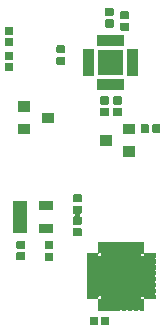
<source format=gbr>
G04 #@! TF.GenerationSoftware,KiCad,Pcbnew,5.0.1-33cea8e~68~ubuntu16.04.1*
G04 #@! TF.CreationDate,2018-12-19T13:47:28-05:00*
G04 #@! TF.ProjectId,SmallKat Battery Charger,536D616C6C4B61742042617474657279,rev?*
G04 #@! TF.SameCoordinates,Original*
G04 #@! TF.FileFunction,Soldermask,Bot*
G04 #@! TF.FilePolarity,Negative*
%FSLAX46Y46*%
G04 Gerber Fmt 4.6, Leading zero omitted, Abs format (unit mm)*
G04 Created by KiCad (PCBNEW 5.0.1-33cea8e~68~ubuntu16.04.1) date Wed 19 Dec 2018 01:47:28 PM EST*
%MOMM*%
%LPD*%
G01*
G04 APERTURE LIST*
%ADD10C,0.100000*%
G04 APERTURE END LIST*
D10*
G36*
X11026938Y-37131716D02*
X11047556Y-37137970D01*
X11066556Y-37148126D01*
X11083208Y-37161792D01*
X11096874Y-37178444D01*
X11107030Y-37197444D01*
X11113284Y-37218062D01*
X11116000Y-37245640D01*
X11116000Y-37754360D01*
X11113284Y-37781938D01*
X11107030Y-37802556D01*
X11096874Y-37821556D01*
X11083208Y-37838208D01*
X11066556Y-37851874D01*
X11047556Y-37862030D01*
X11026938Y-37868284D01*
X10999360Y-37871000D01*
X10540640Y-37871000D01*
X10513062Y-37868284D01*
X10492444Y-37862030D01*
X10473444Y-37851874D01*
X10456792Y-37838208D01*
X10443126Y-37821556D01*
X10432970Y-37802556D01*
X10426716Y-37781938D01*
X10424000Y-37754360D01*
X10424000Y-37245640D01*
X10426716Y-37218062D01*
X10432970Y-37197444D01*
X10443126Y-37178444D01*
X10456792Y-37161792D01*
X10473444Y-37148126D01*
X10492444Y-37137970D01*
X10513062Y-37131716D01*
X10540640Y-37129000D01*
X10999360Y-37129000D01*
X11026938Y-37131716D01*
X11026938Y-37131716D01*
G37*
G36*
X10056938Y-37131716D02*
X10077556Y-37137970D01*
X10096556Y-37148126D01*
X10113208Y-37161792D01*
X10126874Y-37178444D01*
X10137030Y-37197444D01*
X10143284Y-37218062D01*
X10146000Y-37245640D01*
X10146000Y-37754360D01*
X10143284Y-37781938D01*
X10137030Y-37802556D01*
X10126874Y-37821556D01*
X10113208Y-37838208D01*
X10096556Y-37851874D01*
X10077556Y-37862030D01*
X10056938Y-37868284D01*
X10029360Y-37871000D01*
X9570640Y-37871000D01*
X9543062Y-37868284D01*
X9522444Y-37862030D01*
X9503444Y-37851874D01*
X9486792Y-37838208D01*
X9473126Y-37821556D01*
X9462970Y-37802556D01*
X9456716Y-37781938D01*
X9454000Y-37754360D01*
X9454000Y-37245640D01*
X9456716Y-37218062D01*
X9462970Y-37197444D01*
X9473126Y-37178444D01*
X9486792Y-37161792D01*
X9503444Y-37148126D01*
X9522444Y-37137970D01*
X9543062Y-37131716D01*
X9570640Y-37129000D01*
X10029360Y-37129000D01*
X10056938Y-37131716D01*
X10056938Y-37131716D01*
G37*
G36*
X10505357Y-30775083D02*
X10510028Y-30776500D01*
X10514330Y-30778800D01*
X10520705Y-30784031D01*
X10541080Y-30797644D01*
X10563719Y-30807020D01*
X10587753Y-30811800D01*
X10612257Y-30811799D01*
X10636291Y-30807017D01*
X10658929Y-30797639D01*
X10679295Y-30784031D01*
X10685670Y-30778800D01*
X10689972Y-30776500D01*
X10694643Y-30775083D01*
X10705641Y-30774000D01*
X10994359Y-30774000D01*
X11005357Y-30775083D01*
X11010028Y-30776500D01*
X11014330Y-30778800D01*
X11020705Y-30784031D01*
X11041080Y-30797644D01*
X11063719Y-30807020D01*
X11087753Y-30811800D01*
X11112257Y-30811799D01*
X11136291Y-30807017D01*
X11158929Y-30797639D01*
X11179295Y-30784031D01*
X11185670Y-30778800D01*
X11189972Y-30776500D01*
X11194643Y-30775083D01*
X11205641Y-30774000D01*
X11494359Y-30774000D01*
X11505357Y-30775083D01*
X11510028Y-30776500D01*
X11514330Y-30778800D01*
X11520705Y-30784031D01*
X11541080Y-30797644D01*
X11563719Y-30807020D01*
X11587753Y-30811800D01*
X11612257Y-30811799D01*
X11636291Y-30807017D01*
X11658929Y-30797639D01*
X11679295Y-30784031D01*
X11685670Y-30778800D01*
X11689972Y-30776500D01*
X11694643Y-30775083D01*
X11705641Y-30774000D01*
X11994359Y-30774000D01*
X12005357Y-30775083D01*
X12010028Y-30776500D01*
X12014330Y-30778800D01*
X12020705Y-30784031D01*
X12041080Y-30797644D01*
X12063719Y-30807020D01*
X12087753Y-30811800D01*
X12112257Y-30811799D01*
X12136291Y-30807017D01*
X12158929Y-30797639D01*
X12179295Y-30784031D01*
X12185670Y-30778800D01*
X12189972Y-30776500D01*
X12194643Y-30775083D01*
X12205641Y-30774000D01*
X12494359Y-30774000D01*
X12505357Y-30775083D01*
X12510028Y-30776500D01*
X12514330Y-30778800D01*
X12520705Y-30784031D01*
X12541080Y-30797644D01*
X12563719Y-30807020D01*
X12587753Y-30811800D01*
X12612257Y-30811799D01*
X12636291Y-30807017D01*
X12658929Y-30797639D01*
X12679295Y-30784031D01*
X12685670Y-30778800D01*
X12689972Y-30776500D01*
X12694643Y-30775083D01*
X12705641Y-30774000D01*
X12994359Y-30774000D01*
X13005357Y-30775083D01*
X13010028Y-30776500D01*
X13014330Y-30778800D01*
X13020705Y-30784031D01*
X13041080Y-30797644D01*
X13063719Y-30807020D01*
X13087753Y-30811800D01*
X13112257Y-30811799D01*
X13136291Y-30807017D01*
X13158929Y-30797639D01*
X13179295Y-30784031D01*
X13185670Y-30778800D01*
X13189972Y-30776500D01*
X13194643Y-30775083D01*
X13205641Y-30774000D01*
X13494359Y-30774000D01*
X13505357Y-30775083D01*
X13510028Y-30776500D01*
X13514330Y-30778800D01*
X13520705Y-30784031D01*
X13541080Y-30797644D01*
X13563719Y-30807020D01*
X13587753Y-30811800D01*
X13612257Y-30811799D01*
X13636291Y-30807017D01*
X13658929Y-30797639D01*
X13679295Y-30784031D01*
X13685670Y-30778800D01*
X13689972Y-30776500D01*
X13694643Y-30775083D01*
X13705641Y-30774000D01*
X13994359Y-30774000D01*
X14005357Y-30775083D01*
X14010028Y-30776500D01*
X14014330Y-30778800D01*
X14018104Y-30781896D01*
X14021200Y-30785670D01*
X14023500Y-30789972D01*
X14024917Y-30794643D01*
X14026000Y-30805641D01*
X14026000Y-31649000D01*
X14028402Y-31673386D01*
X14035515Y-31696835D01*
X14047066Y-31718446D01*
X14062612Y-31737388D01*
X14081554Y-31752934D01*
X14103165Y-31764485D01*
X14126614Y-31771598D01*
X14151000Y-31774000D01*
X14994359Y-31774000D01*
X15005357Y-31775083D01*
X15010028Y-31776500D01*
X15014330Y-31778800D01*
X15018104Y-31781896D01*
X15021200Y-31785670D01*
X15023500Y-31789972D01*
X15024917Y-31794643D01*
X15026000Y-31805641D01*
X15026000Y-32094359D01*
X15024917Y-32105357D01*
X15023500Y-32110028D01*
X15021200Y-32114330D01*
X15015969Y-32120705D01*
X15002356Y-32141080D01*
X14992980Y-32163719D01*
X14988200Y-32187753D01*
X14988201Y-32212257D01*
X14992983Y-32236291D01*
X15002361Y-32258929D01*
X15015969Y-32279295D01*
X15021200Y-32285670D01*
X15023500Y-32289972D01*
X15024917Y-32294643D01*
X15026000Y-32305641D01*
X15026000Y-32594359D01*
X15024917Y-32605357D01*
X15023500Y-32610028D01*
X15021200Y-32614330D01*
X15015969Y-32620705D01*
X15002356Y-32641080D01*
X14992980Y-32663719D01*
X14988200Y-32687753D01*
X14988201Y-32712257D01*
X14992983Y-32736291D01*
X15002361Y-32758929D01*
X15015969Y-32779295D01*
X15021200Y-32785670D01*
X15023500Y-32789972D01*
X15024917Y-32794643D01*
X15026000Y-32805641D01*
X15026000Y-33094359D01*
X15024917Y-33105357D01*
X15023500Y-33110028D01*
X15021200Y-33114330D01*
X15015969Y-33120705D01*
X15002356Y-33141080D01*
X14992980Y-33163719D01*
X14988200Y-33187753D01*
X14988201Y-33212257D01*
X14992983Y-33236291D01*
X15002361Y-33258929D01*
X15015969Y-33279295D01*
X15021200Y-33285670D01*
X15023500Y-33289972D01*
X15024917Y-33294643D01*
X15026000Y-33305641D01*
X15026000Y-33594359D01*
X15024917Y-33605357D01*
X15023500Y-33610028D01*
X15021200Y-33614330D01*
X15015969Y-33620705D01*
X15002356Y-33641080D01*
X14992980Y-33663719D01*
X14988200Y-33687753D01*
X14988201Y-33712257D01*
X14992983Y-33736291D01*
X15002361Y-33758929D01*
X15015969Y-33779295D01*
X15021200Y-33785670D01*
X15023500Y-33789972D01*
X15024917Y-33794643D01*
X15026000Y-33805641D01*
X15026000Y-34094359D01*
X15024917Y-34105357D01*
X15023500Y-34110028D01*
X15021200Y-34114330D01*
X15015969Y-34120705D01*
X15002356Y-34141080D01*
X14992980Y-34163719D01*
X14988200Y-34187753D01*
X14988201Y-34212257D01*
X14992983Y-34236291D01*
X15002361Y-34258929D01*
X15015969Y-34279295D01*
X15021200Y-34285670D01*
X15023500Y-34289972D01*
X15024917Y-34294643D01*
X15026000Y-34305641D01*
X15026000Y-34594359D01*
X15024917Y-34605357D01*
X15023500Y-34610028D01*
X15021200Y-34614330D01*
X15015969Y-34620705D01*
X15002356Y-34641080D01*
X14992980Y-34663719D01*
X14988200Y-34687753D01*
X14988201Y-34712257D01*
X14992983Y-34736291D01*
X15002361Y-34758929D01*
X15015969Y-34779295D01*
X15021200Y-34785670D01*
X15023500Y-34789972D01*
X15024917Y-34794643D01*
X15026000Y-34805641D01*
X15026000Y-35094359D01*
X15024917Y-35105357D01*
X15023500Y-35110028D01*
X15021200Y-35114330D01*
X15015969Y-35120705D01*
X15002356Y-35141080D01*
X14992980Y-35163719D01*
X14988200Y-35187753D01*
X14988201Y-35212257D01*
X14992983Y-35236291D01*
X15002361Y-35258929D01*
X15015969Y-35279295D01*
X15021200Y-35285670D01*
X15023500Y-35289972D01*
X15024917Y-35294643D01*
X15026000Y-35305641D01*
X15026000Y-35594359D01*
X15024917Y-35605357D01*
X15023500Y-35610028D01*
X15021200Y-35614330D01*
X15018104Y-35618104D01*
X15014330Y-35621200D01*
X15010028Y-35623500D01*
X15005357Y-35624917D01*
X14994359Y-35626000D01*
X14151000Y-35626000D01*
X14126614Y-35628402D01*
X14103165Y-35635515D01*
X14081554Y-35647066D01*
X14062612Y-35662612D01*
X14047066Y-35681554D01*
X14035515Y-35703165D01*
X14028402Y-35726614D01*
X14026000Y-35751000D01*
X14026000Y-36594359D01*
X14024917Y-36605357D01*
X14023500Y-36610028D01*
X14021200Y-36614330D01*
X14018104Y-36618104D01*
X14014330Y-36621200D01*
X14010028Y-36623500D01*
X14005357Y-36624917D01*
X13994359Y-36626000D01*
X13705641Y-36626000D01*
X13694643Y-36624917D01*
X13689972Y-36623500D01*
X13685670Y-36621200D01*
X13679295Y-36615969D01*
X13658920Y-36602356D01*
X13636281Y-36592980D01*
X13612247Y-36588200D01*
X13587743Y-36588201D01*
X13563709Y-36592983D01*
X13541071Y-36602361D01*
X13520705Y-36615969D01*
X13514330Y-36621200D01*
X13510028Y-36623500D01*
X13505357Y-36624917D01*
X13494359Y-36626000D01*
X13205641Y-36626000D01*
X13194643Y-36624917D01*
X13189972Y-36623500D01*
X13185670Y-36621200D01*
X13179295Y-36615969D01*
X13158920Y-36602356D01*
X13136281Y-36592980D01*
X13112247Y-36588200D01*
X13087743Y-36588201D01*
X13063709Y-36592983D01*
X13041071Y-36602361D01*
X13020705Y-36615969D01*
X13014330Y-36621200D01*
X13010028Y-36623500D01*
X13005357Y-36624917D01*
X12994359Y-36626000D01*
X12705641Y-36626000D01*
X12694643Y-36624917D01*
X12689972Y-36623500D01*
X12685670Y-36621200D01*
X12679295Y-36615969D01*
X12658920Y-36602356D01*
X12636281Y-36592980D01*
X12612247Y-36588200D01*
X12587743Y-36588201D01*
X12563709Y-36592983D01*
X12541071Y-36602361D01*
X12520705Y-36615969D01*
X12514330Y-36621200D01*
X12510028Y-36623500D01*
X12505357Y-36624917D01*
X12494359Y-36626000D01*
X12205641Y-36626000D01*
X12194643Y-36624917D01*
X12189972Y-36623500D01*
X12185670Y-36621200D01*
X12179295Y-36615969D01*
X12158920Y-36602356D01*
X12136281Y-36592980D01*
X12112247Y-36588200D01*
X12087743Y-36588201D01*
X12063709Y-36592983D01*
X12041071Y-36602361D01*
X12020705Y-36615969D01*
X12014330Y-36621200D01*
X12010028Y-36623500D01*
X12005357Y-36624917D01*
X11994359Y-36626000D01*
X11705641Y-36626000D01*
X11694643Y-36624917D01*
X11689972Y-36623500D01*
X11685670Y-36621200D01*
X11679295Y-36615969D01*
X11658920Y-36602356D01*
X11636281Y-36592980D01*
X11612247Y-36588200D01*
X11587743Y-36588201D01*
X11563709Y-36592983D01*
X11541071Y-36602361D01*
X11520705Y-36615969D01*
X11514330Y-36621200D01*
X11510028Y-36623500D01*
X11505357Y-36624917D01*
X11494359Y-36626000D01*
X11205641Y-36626000D01*
X11194643Y-36624917D01*
X11189972Y-36623500D01*
X11185670Y-36621200D01*
X11179295Y-36615969D01*
X11158920Y-36602356D01*
X11136281Y-36592980D01*
X11112247Y-36588200D01*
X11087743Y-36588201D01*
X11063709Y-36592983D01*
X11041071Y-36602361D01*
X11020705Y-36615969D01*
X11014330Y-36621200D01*
X11010028Y-36623500D01*
X11005357Y-36624917D01*
X10994359Y-36626000D01*
X10705641Y-36626000D01*
X10694643Y-36624917D01*
X10689972Y-36623500D01*
X10685670Y-36621200D01*
X10679295Y-36615969D01*
X10658920Y-36602356D01*
X10636281Y-36592980D01*
X10612247Y-36588200D01*
X10587743Y-36588201D01*
X10563709Y-36592983D01*
X10541071Y-36602361D01*
X10520705Y-36615969D01*
X10514330Y-36621200D01*
X10510028Y-36623500D01*
X10505357Y-36624917D01*
X10494359Y-36626000D01*
X10205641Y-36626000D01*
X10194643Y-36624917D01*
X10189972Y-36623500D01*
X10185670Y-36621200D01*
X10181896Y-36618104D01*
X10178800Y-36614330D01*
X10176500Y-36610028D01*
X10175083Y-36605357D01*
X10174000Y-36594359D01*
X10174000Y-35751000D01*
X10171598Y-35726614D01*
X10164485Y-35703165D01*
X10152934Y-35681554D01*
X10137388Y-35662612D01*
X10118446Y-35647066D01*
X10096835Y-35635515D01*
X10073386Y-35628402D01*
X10049000Y-35626000D01*
X9205641Y-35626000D01*
X9194643Y-35624917D01*
X9189972Y-35623500D01*
X9185670Y-35621200D01*
X9181896Y-35618104D01*
X9178800Y-35614330D01*
X9176500Y-35610028D01*
X9175083Y-35605357D01*
X9174000Y-35594359D01*
X9174000Y-35515805D01*
X10151000Y-35515805D01*
X10151000Y-35524000D01*
X10153402Y-35548386D01*
X10160515Y-35571835D01*
X10172066Y-35593446D01*
X10187612Y-35612388D01*
X10206554Y-35627934D01*
X10228165Y-35639485D01*
X10251614Y-35646598D01*
X10276000Y-35649000D01*
X10284195Y-35649000D01*
X10308581Y-35646598D01*
X10332030Y-35639485D01*
X10353641Y-35627934D01*
X10372583Y-35612388D01*
X10388129Y-35593446D01*
X10399680Y-35571835D01*
X10406793Y-35548386D01*
X10409195Y-35524000D01*
X10407989Y-35511750D01*
X13791407Y-35511750D01*
X13791407Y-35536254D01*
X13796188Y-35560288D01*
X13805566Y-35582926D01*
X13819180Y-35603301D01*
X13836507Y-35620628D01*
X13856882Y-35634241D01*
X13879521Y-35643618D01*
X13915805Y-35649000D01*
X13924000Y-35649000D01*
X13948386Y-35646598D01*
X13971835Y-35639485D01*
X13993446Y-35627934D01*
X14012388Y-35612388D01*
X14027934Y-35593446D01*
X14039485Y-35571835D01*
X14046598Y-35548386D01*
X14049000Y-35524000D01*
X14049000Y-35515805D01*
X14046598Y-35491419D01*
X14039485Y-35467970D01*
X14027934Y-35446359D01*
X14012388Y-35427417D01*
X13993446Y-35411871D01*
X13971835Y-35400320D01*
X13948386Y-35393207D01*
X13924000Y-35390805D01*
X13899614Y-35393207D01*
X13876165Y-35400320D01*
X13854554Y-35411871D01*
X13841226Y-35423950D01*
X13841005Y-35423681D01*
X13836504Y-35427375D01*
X13819177Y-35444702D01*
X13805564Y-35465077D01*
X13796187Y-35487716D01*
X13791407Y-35511750D01*
X10407989Y-35511750D01*
X10406793Y-35499614D01*
X10399680Y-35476165D01*
X10388129Y-35454554D01*
X10376050Y-35441226D01*
X10376319Y-35441005D01*
X10372625Y-35436504D01*
X10355298Y-35419177D01*
X10334923Y-35405564D01*
X10312284Y-35396187D01*
X10288250Y-35391407D01*
X10263746Y-35391407D01*
X10239712Y-35396188D01*
X10217074Y-35405566D01*
X10196699Y-35419180D01*
X10179372Y-35436507D01*
X10165759Y-35456882D01*
X10156382Y-35479521D01*
X10151000Y-35515805D01*
X9174000Y-35515805D01*
X9174000Y-35305641D01*
X9175083Y-35294643D01*
X9176500Y-35289972D01*
X9178800Y-35285670D01*
X9184031Y-35279295D01*
X9197644Y-35258920D01*
X9207020Y-35236281D01*
X9211800Y-35212247D01*
X9211799Y-35187743D01*
X9207017Y-35163709D01*
X9197639Y-35141071D01*
X9184031Y-35120705D01*
X9178800Y-35114330D01*
X9176500Y-35110028D01*
X9175083Y-35105357D01*
X9174000Y-35094359D01*
X9174000Y-34805641D01*
X9175083Y-34794643D01*
X9176500Y-34789972D01*
X9178800Y-34785670D01*
X9184031Y-34779295D01*
X9197644Y-34758920D01*
X9207020Y-34736281D01*
X9211800Y-34712247D01*
X9211799Y-34687743D01*
X9207017Y-34663709D01*
X9197639Y-34641071D01*
X9184031Y-34620705D01*
X9178800Y-34614330D01*
X9176500Y-34610028D01*
X9175083Y-34605357D01*
X9174000Y-34594359D01*
X9174000Y-34305641D01*
X9175083Y-34294643D01*
X9176500Y-34289972D01*
X9178800Y-34285670D01*
X9184031Y-34279295D01*
X9197644Y-34258920D01*
X9207020Y-34236281D01*
X9211800Y-34212247D01*
X9211799Y-34187743D01*
X9207017Y-34163709D01*
X9197639Y-34141071D01*
X9184031Y-34120705D01*
X9178800Y-34114330D01*
X9176500Y-34110028D01*
X9175083Y-34105357D01*
X9174000Y-34094359D01*
X9174000Y-33805641D01*
X9175083Y-33794643D01*
X9176500Y-33789972D01*
X9178800Y-33785670D01*
X9184031Y-33779295D01*
X9197644Y-33758920D01*
X9207020Y-33736281D01*
X9211800Y-33712247D01*
X9211799Y-33687743D01*
X9207017Y-33663709D01*
X9197639Y-33641071D01*
X9184031Y-33620705D01*
X9178800Y-33614330D01*
X9176500Y-33610028D01*
X9175083Y-33605357D01*
X9174000Y-33594359D01*
X9174000Y-33305641D01*
X9175083Y-33294643D01*
X9176500Y-33289972D01*
X9178800Y-33285670D01*
X9184031Y-33279295D01*
X9197644Y-33258920D01*
X9207020Y-33236281D01*
X9211800Y-33212247D01*
X9211799Y-33187743D01*
X9207017Y-33163709D01*
X9197639Y-33141071D01*
X9184031Y-33120705D01*
X9178800Y-33114330D01*
X9176500Y-33110028D01*
X9175083Y-33105357D01*
X9174000Y-33094359D01*
X9174000Y-32805641D01*
X9175083Y-32794643D01*
X9176500Y-32789972D01*
X9178800Y-32785670D01*
X9184031Y-32779295D01*
X9197644Y-32758920D01*
X9207020Y-32736281D01*
X9211800Y-32712247D01*
X9211799Y-32687743D01*
X9207017Y-32663709D01*
X9197639Y-32641071D01*
X9184031Y-32620705D01*
X9178800Y-32614330D01*
X9176500Y-32610028D01*
X9175083Y-32605357D01*
X9174000Y-32594359D01*
X9174000Y-32305641D01*
X9175083Y-32294643D01*
X9176500Y-32289972D01*
X9178800Y-32285670D01*
X9184031Y-32279295D01*
X9197644Y-32258920D01*
X9207020Y-32236281D01*
X9211800Y-32212247D01*
X9211799Y-32187743D01*
X9207017Y-32163709D01*
X9197639Y-32141071D01*
X9184031Y-32120705D01*
X9178800Y-32114330D01*
X9176500Y-32110028D01*
X9175083Y-32105357D01*
X9174000Y-32094359D01*
X9174000Y-31876000D01*
X10151000Y-31876000D01*
X10151000Y-31884195D01*
X10153402Y-31908581D01*
X10160515Y-31932030D01*
X10172066Y-31953641D01*
X10187612Y-31972583D01*
X10206554Y-31988129D01*
X10228165Y-31999680D01*
X10251614Y-32006793D01*
X10276000Y-32009195D01*
X10300386Y-32006793D01*
X10323835Y-31999680D01*
X10345446Y-31988129D01*
X10358774Y-31976050D01*
X10358995Y-31976319D01*
X10363496Y-31972625D01*
X10380823Y-31955298D01*
X10394436Y-31934923D01*
X10403813Y-31912284D01*
X10408593Y-31888250D01*
X10408593Y-31876000D01*
X13790805Y-31876000D01*
X13793207Y-31900386D01*
X13800320Y-31923835D01*
X13811871Y-31945446D01*
X13823950Y-31958774D01*
X13823681Y-31958995D01*
X13827375Y-31963496D01*
X13844702Y-31980823D01*
X13865077Y-31994436D01*
X13887716Y-32003813D01*
X13911750Y-32008593D01*
X13936254Y-32008593D01*
X13960288Y-32003812D01*
X13982926Y-31994434D01*
X14003301Y-31980820D01*
X14020628Y-31963493D01*
X14034241Y-31943118D01*
X14043618Y-31920479D01*
X14049000Y-31884195D01*
X14049000Y-31876000D01*
X14046598Y-31851614D01*
X14039485Y-31828165D01*
X14027934Y-31806554D01*
X14012388Y-31787612D01*
X13993446Y-31772066D01*
X13971835Y-31760515D01*
X13948386Y-31753402D01*
X13924000Y-31751000D01*
X13915805Y-31751000D01*
X13891419Y-31753402D01*
X13867970Y-31760515D01*
X13846359Y-31772066D01*
X13827417Y-31787612D01*
X13811871Y-31806554D01*
X13800320Y-31828165D01*
X13793207Y-31851614D01*
X13790805Y-31876000D01*
X10408593Y-31876000D01*
X10408593Y-31863746D01*
X10403812Y-31839712D01*
X10394434Y-31817074D01*
X10380820Y-31796699D01*
X10363493Y-31779372D01*
X10343118Y-31765759D01*
X10320479Y-31756382D01*
X10284195Y-31751000D01*
X10276000Y-31751000D01*
X10251614Y-31753402D01*
X10228165Y-31760515D01*
X10206554Y-31772066D01*
X10187612Y-31787612D01*
X10172066Y-31806554D01*
X10160515Y-31828165D01*
X10153402Y-31851614D01*
X10151000Y-31876000D01*
X9174000Y-31876000D01*
X9174000Y-31805641D01*
X9175083Y-31794643D01*
X9176500Y-31789972D01*
X9178800Y-31785670D01*
X9181896Y-31781896D01*
X9185670Y-31778800D01*
X9189972Y-31776500D01*
X9194643Y-31775083D01*
X9205641Y-31774000D01*
X10049000Y-31774000D01*
X10073386Y-31771598D01*
X10096835Y-31764485D01*
X10118446Y-31752934D01*
X10137388Y-31737388D01*
X10152934Y-31718446D01*
X10164485Y-31696835D01*
X10171598Y-31673386D01*
X10174000Y-31649000D01*
X10174000Y-30805641D01*
X10175083Y-30794643D01*
X10176500Y-30789972D01*
X10178800Y-30785670D01*
X10181896Y-30781896D01*
X10185670Y-30778800D01*
X10189972Y-30776500D01*
X10194643Y-30775083D01*
X10205641Y-30774000D01*
X10494359Y-30774000D01*
X10505357Y-30775083D01*
X10505357Y-30775083D01*
G37*
G36*
X6282457Y-31720431D02*
X6303075Y-31726685D01*
X6322075Y-31736841D01*
X6338727Y-31750507D01*
X6352393Y-31767159D01*
X6362549Y-31786159D01*
X6368803Y-31806777D01*
X6371519Y-31834355D01*
X6371519Y-32293075D01*
X6368803Y-32320653D01*
X6362549Y-32341271D01*
X6352393Y-32360271D01*
X6338727Y-32376923D01*
X6322075Y-32390589D01*
X6303075Y-32400745D01*
X6282457Y-32406999D01*
X6254879Y-32409715D01*
X5746159Y-32409715D01*
X5718581Y-32406999D01*
X5697963Y-32400745D01*
X5678963Y-32390589D01*
X5662311Y-32376923D01*
X5648645Y-32360271D01*
X5638489Y-32341271D01*
X5632235Y-32320653D01*
X5629519Y-32293075D01*
X5629519Y-31834355D01*
X5632235Y-31806777D01*
X5638489Y-31786159D01*
X5648645Y-31767159D01*
X5662311Y-31750507D01*
X5678963Y-31736841D01*
X5697963Y-31726685D01*
X5718581Y-31720431D01*
X5746159Y-31717715D01*
X6254879Y-31717715D01*
X6282457Y-31720431D01*
X6282457Y-31720431D01*
G37*
G36*
X3882457Y-31670431D02*
X3903075Y-31676685D01*
X3922075Y-31686841D01*
X3938727Y-31700507D01*
X3952393Y-31717159D01*
X3962549Y-31736159D01*
X3968803Y-31756777D01*
X3971519Y-31784355D01*
X3971519Y-32243075D01*
X3968803Y-32270653D01*
X3962549Y-32291271D01*
X3952393Y-32310271D01*
X3938727Y-32326923D01*
X3922075Y-32340589D01*
X3903075Y-32350745D01*
X3882457Y-32356999D01*
X3854879Y-32359715D01*
X3346159Y-32359715D01*
X3318581Y-32356999D01*
X3297963Y-32350745D01*
X3278963Y-32340589D01*
X3262311Y-32326923D01*
X3248645Y-32310271D01*
X3238489Y-32291271D01*
X3232235Y-32270653D01*
X3229519Y-32243075D01*
X3229519Y-31784355D01*
X3232235Y-31756777D01*
X3238489Y-31736159D01*
X3248645Y-31717159D01*
X3262311Y-31700507D01*
X3278963Y-31686841D01*
X3297963Y-31676685D01*
X3318581Y-31670431D01*
X3346159Y-31667715D01*
X3854879Y-31667715D01*
X3882457Y-31670431D01*
X3882457Y-31670431D01*
G37*
G36*
X6282457Y-30750431D02*
X6303075Y-30756685D01*
X6322075Y-30766841D01*
X6338727Y-30780507D01*
X6352393Y-30797159D01*
X6362549Y-30816159D01*
X6368803Y-30836777D01*
X6371519Y-30864355D01*
X6371519Y-31323075D01*
X6368803Y-31350653D01*
X6362549Y-31371271D01*
X6352393Y-31390271D01*
X6338727Y-31406923D01*
X6322075Y-31420589D01*
X6303075Y-31430745D01*
X6282457Y-31436999D01*
X6254879Y-31439715D01*
X5746159Y-31439715D01*
X5718581Y-31436999D01*
X5697963Y-31430745D01*
X5678963Y-31420589D01*
X5662311Y-31406923D01*
X5648645Y-31390271D01*
X5638489Y-31371271D01*
X5632235Y-31350653D01*
X5629519Y-31323075D01*
X5629519Y-30864355D01*
X5632235Y-30836777D01*
X5638489Y-30816159D01*
X5648645Y-30797159D01*
X5662311Y-30780507D01*
X5678963Y-30766841D01*
X5697963Y-30756685D01*
X5718581Y-30750431D01*
X5746159Y-30747715D01*
X6254879Y-30747715D01*
X6282457Y-30750431D01*
X6282457Y-30750431D01*
G37*
G36*
X3882457Y-30700431D02*
X3903075Y-30706685D01*
X3922075Y-30716841D01*
X3938727Y-30730507D01*
X3952393Y-30747159D01*
X3962549Y-30766159D01*
X3968803Y-30786777D01*
X3971519Y-30814355D01*
X3971519Y-31273075D01*
X3968803Y-31300653D01*
X3962549Y-31321271D01*
X3952393Y-31340271D01*
X3938727Y-31356923D01*
X3922075Y-31370589D01*
X3903075Y-31380745D01*
X3882457Y-31386999D01*
X3854879Y-31389715D01*
X3346159Y-31389715D01*
X3318581Y-31386999D01*
X3297963Y-31380745D01*
X3278963Y-31370589D01*
X3262311Y-31356923D01*
X3248645Y-31340271D01*
X3238489Y-31321271D01*
X3232235Y-31300653D01*
X3229519Y-31273075D01*
X3229519Y-30814355D01*
X3232235Y-30786777D01*
X3238489Y-30766159D01*
X3248645Y-30747159D01*
X3262311Y-30730507D01*
X3278963Y-30716841D01*
X3297963Y-30706685D01*
X3318581Y-30700431D01*
X3346159Y-30697715D01*
X3854879Y-30697715D01*
X3882457Y-30700431D01*
X3882457Y-30700431D01*
G37*
G36*
X8681938Y-29626716D02*
X8702556Y-29632970D01*
X8721556Y-29643126D01*
X8738208Y-29656792D01*
X8751874Y-29673444D01*
X8762030Y-29692444D01*
X8768284Y-29713062D01*
X8771000Y-29740640D01*
X8771000Y-30199360D01*
X8768284Y-30226938D01*
X8762030Y-30247556D01*
X8751874Y-30266556D01*
X8738208Y-30283208D01*
X8721556Y-30296874D01*
X8702556Y-30307030D01*
X8681938Y-30313284D01*
X8654360Y-30316000D01*
X8145640Y-30316000D01*
X8118062Y-30313284D01*
X8097444Y-30307030D01*
X8078444Y-30296874D01*
X8061792Y-30283208D01*
X8048126Y-30266556D01*
X8037970Y-30247556D01*
X8031716Y-30226938D01*
X8029000Y-30199360D01*
X8029000Y-29740640D01*
X8031716Y-29713062D01*
X8037970Y-29692444D01*
X8048126Y-29673444D01*
X8061792Y-29656792D01*
X8078444Y-29643126D01*
X8097444Y-29632970D01*
X8118062Y-29626716D01*
X8145640Y-29624000D01*
X8654360Y-29624000D01*
X8681938Y-29626716D01*
X8681938Y-29626716D01*
G37*
G36*
X4131519Y-30004715D02*
X2969519Y-30004715D01*
X2969519Y-27352715D01*
X4131519Y-27352715D01*
X4131519Y-30004715D01*
X4131519Y-30004715D01*
G37*
G36*
X6331519Y-30004715D02*
X5169519Y-30004715D01*
X5169519Y-29252715D01*
X6331519Y-29252715D01*
X6331519Y-30004715D01*
X6331519Y-30004715D01*
G37*
G36*
X8681938Y-27726716D02*
X8702556Y-27732970D01*
X8721556Y-27743126D01*
X8738208Y-27756792D01*
X8751874Y-27773444D01*
X8762030Y-27792444D01*
X8768284Y-27813062D01*
X8771000Y-27840640D01*
X8771000Y-28299360D01*
X8768284Y-28326938D01*
X8762030Y-28347556D01*
X8751874Y-28366556D01*
X8738208Y-28383208D01*
X8721556Y-28396874D01*
X8702556Y-28407030D01*
X8675022Y-28415382D01*
X8652383Y-28424760D01*
X8632008Y-28438374D01*
X8614681Y-28455701D01*
X8601067Y-28476075D01*
X8591690Y-28498714D01*
X8586909Y-28522748D01*
X8586909Y-28547252D01*
X8591689Y-28571285D01*
X8601067Y-28593924D01*
X8614681Y-28614299D01*
X8632008Y-28631626D01*
X8652382Y-28645240D01*
X8675022Y-28654618D01*
X8702556Y-28662970D01*
X8721556Y-28673126D01*
X8738208Y-28686792D01*
X8751874Y-28703444D01*
X8762030Y-28722444D01*
X8768284Y-28743062D01*
X8771000Y-28770640D01*
X8771000Y-29229360D01*
X8768284Y-29256938D01*
X8762030Y-29277556D01*
X8751874Y-29296556D01*
X8738208Y-29313208D01*
X8721556Y-29326874D01*
X8702556Y-29337030D01*
X8681938Y-29343284D01*
X8654360Y-29346000D01*
X8145640Y-29346000D01*
X8118062Y-29343284D01*
X8097444Y-29337030D01*
X8078444Y-29326874D01*
X8061792Y-29313208D01*
X8048126Y-29296556D01*
X8037970Y-29277556D01*
X8031716Y-29256938D01*
X8029000Y-29229360D01*
X8029000Y-28770640D01*
X8031716Y-28743062D01*
X8037970Y-28722444D01*
X8048126Y-28703444D01*
X8061792Y-28686792D01*
X8078444Y-28673126D01*
X8097444Y-28662970D01*
X8124978Y-28654618D01*
X8147617Y-28645240D01*
X8167992Y-28631626D01*
X8185319Y-28614299D01*
X8198933Y-28593925D01*
X8208310Y-28571286D01*
X8213091Y-28547252D01*
X8213091Y-28522748D01*
X8208311Y-28498715D01*
X8198933Y-28476076D01*
X8185319Y-28455701D01*
X8167992Y-28438374D01*
X8147618Y-28424760D01*
X8124978Y-28415382D01*
X8097444Y-28407030D01*
X8078444Y-28396874D01*
X8061792Y-28383208D01*
X8048126Y-28366556D01*
X8037970Y-28347556D01*
X8031716Y-28326938D01*
X8029000Y-28299360D01*
X8029000Y-27840640D01*
X8031716Y-27813062D01*
X8037970Y-27792444D01*
X8048126Y-27773444D01*
X8061792Y-27756792D01*
X8078444Y-27743126D01*
X8097444Y-27732970D01*
X8118062Y-27726716D01*
X8145640Y-27724000D01*
X8654360Y-27724000D01*
X8681938Y-27726716D01*
X8681938Y-27726716D01*
G37*
G36*
X6331519Y-28104715D02*
X5169519Y-28104715D01*
X5169519Y-27352715D01*
X6331519Y-27352715D01*
X6331519Y-28104715D01*
X6331519Y-28104715D01*
G37*
G36*
X8681938Y-26756716D02*
X8702556Y-26762970D01*
X8721556Y-26773126D01*
X8738208Y-26786792D01*
X8751874Y-26803444D01*
X8762030Y-26822444D01*
X8768284Y-26843062D01*
X8771000Y-26870640D01*
X8771000Y-27329360D01*
X8768284Y-27356938D01*
X8762030Y-27377556D01*
X8751874Y-27396556D01*
X8738208Y-27413208D01*
X8721556Y-27426874D01*
X8702556Y-27437030D01*
X8681938Y-27443284D01*
X8654360Y-27446000D01*
X8145640Y-27446000D01*
X8118062Y-27443284D01*
X8097444Y-27437030D01*
X8078444Y-27426874D01*
X8061792Y-27413208D01*
X8048126Y-27396556D01*
X8037970Y-27377556D01*
X8031716Y-27356938D01*
X8029000Y-27329360D01*
X8029000Y-26870640D01*
X8031716Y-26843062D01*
X8037970Y-26822444D01*
X8048126Y-26803444D01*
X8061792Y-26786792D01*
X8078444Y-26773126D01*
X8097444Y-26762970D01*
X8118062Y-26756716D01*
X8145640Y-26754000D01*
X8654360Y-26754000D01*
X8681938Y-26756716D01*
X8681938Y-26756716D01*
G37*
G36*
X13301000Y-23601000D02*
X12299000Y-23601000D01*
X12299000Y-22699000D01*
X13301000Y-22699000D01*
X13301000Y-23601000D01*
X13301000Y-23601000D01*
G37*
G36*
X11301000Y-22651000D02*
X10299000Y-22651000D01*
X10299000Y-21749000D01*
X11301000Y-21749000D01*
X11301000Y-22651000D01*
X11301000Y-22651000D01*
G37*
G36*
X13301000Y-21701000D02*
X12299000Y-21701000D01*
X12299000Y-20799000D01*
X13301000Y-20799000D01*
X13301000Y-21701000D01*
X13301000Y-21701000D01*
G37*
G36*
X4401000Y-21701000D02*
X3399000Y-21701000D01*
X3399000Y-20799000D01*
X4401000Y-20799000D01*
X4401000Y-21701000D01*
X4401000Y-21701000D01*
G37*
G36*
X15341938Y-20831716D02*
X15362556Y-20837970D01*
X15381556Y-20848126D01*
X15398208Y-20861792D01*
X15411874Y-20878444D01*
X15422030Y-20897444D01*
X15428284Y-20918062D01*
X15431000Y-20945640D01*
X15431000Y-21454360D01*
X15428284Y-21481938D01*
X15422030Y-21502556D01*
X15411874Y-21521556D01*
X15398208Y-21538208D01*
X15381556Y-21551874D01*
X15362556Y-21562030D01*
X15341938Y-21568284D01*
X15314360Y-21571000D01*
X14855640Y-21571000D01*
X14828062Y-21568284D01*
X14807444Y-21562030D01*
X14788444Y-21551874D01*
X14771792Y-21538208D01*
X14758126Y-21521556D01*
X14747970Y-21502556D01*
X14741716Y-21481938D01*
X14739000Y-21454360D01*
X14739000Y-20945640D01*
X14741716Y-20918062D01*
X14747970Y-20897444D01*
X14758126Y-20878444D01*
X14771792Y-20861792D01*
X14788444Y-20848126D01*
X14807444Y-20837970D01*
X14828062Y-20831716D01*
X14855640Y-20829000D01*
X15314360Y-20829000D01*
X15341938Y-20831716D01*
X15341938Y-20831716D01*
G37*
G36*
X14371938Y-20831716D02*
X14392556Y-20837970D01*
X14411556Y-20848126D01*
X14428208Y-20861792D01*
X14441874Y-20878444D01*
X14452030Y-20897444D01*
X14458284Y-20918062D01*
X14461000Y-20945640D01*
X14461000Y-21454360D01*
X14458284Y-21481938D01*
X14452030Y-21502556D01*
X14441874Y-21521556D01*
X14428208Y-21538208D01*
X14411556Y-21551874D01*
X14392556Y-21562030D01*
X14371938Y-21568284D01*
X14344360Y-21571000D01*
X13885640Y-21571000D01*
X13858062Y-21568284D01*
X13837444Y-21562030D01*
X13818444Y-21551874D01*
X13801792Y-21538208D01*
X13788126Y-21521556D01*
X13777970Y-21502556D01*
X13771716Y-21481938D01*
X13769000Y-21454360D01*
X13769000Y-20945640D01*
X13771716Y-20918062D01*
X13777970Y-20897444D01*
X13788126Y-20878444D01*
X13801792Y-20861792D01*
X13818444Y-20848126D01*
X13837444Y-20837970D01*
X13858062Y-20831716D01*
X13885640Y-20829000D01*
X14344360Y-20829000D01*
X14371938Y-20831716D01*
X14371938Y-20831716D01*
G37*
G36*
X6401000Y-20751000D02*
X5399000Y-20751000D01*
X5399000Y-19849000D01*
X6401000Y-19849000D01*
X6401000Y-20751000D01*
X6401000Y-20751000D01*
G37*
G36*
X12081938Y-19456716D02*
X12102556Y-19462970D01*
X12121556Y-19473126D01*
X12138208Y-19486792D01*
X12151874Y-19503444D01*
X12162030Y-19522444D01*
X12168284Y-19543062D01*
X12171000Y-19570640D01*
X12171000Y-20029360D01*
X12168284Y-20056938D01*
X12162030Y-20077556D01*
X12151874Y-20096556D01*
X12138208Y-20113208D01*
X12121556Y-20126874D01*
X12102556Y-20137030D01*
X12081938Y-20143284D01*
X12054360Y-20146000D01*
X11545640Y-20146000D01*
X11518062Y-20143284D01*
X11497444Y-20137030D01*
X11478444Y-20126874D01*
X11461792Y-20113208D01*
X11448126Y-20096556D01*
X11437970Y-20077556D01*
X11431716Y-20056938D01*
X11429000Y-20029360D01*
X11429000Y-19570640D01*
X11431716Y-19543062D01*
X11437970Y-19522444D01*
X11448126Y-19503444D01*
X11461792Y-19486792D01*
X11478444Y-19473126D01*
X11497444Y-19462970D01*
X11518062Y-19456716D01*
X11545640Y-19454000D01*
X12054360Y-19454000D01*
X12081938Y-19456716D01*
X12081938Y-19456716D01*
G37*
G36*
X10981938Y-19456716D02*
X11002556Y-19462970D01*
X11021556Y-19473126D01*
X11038208Y-19486792D01*
X11051874Y-19503444D01*
X11062030Y-19522444D01*
X11068284Y-19543062D01*
X11071000Y-19570640D01*
X11071000Y-20029360D01*
X11068284Y-20056938D01*
X11062030Y-20077556D01*
X11051874Y-20096556D01*
X11038208Y-20113208D01*
X11021556Y-20126874D01*
X11002556Y-20137030D01*
X10981938Y-20143284D01*
X10954360Y-20146000D01*
X10445640Y-20146000D01*
X10418062Y-20143284D01*
X10397444Y-20137030D01*
X10378444Y-20126874D01*
X10361792Y-20113208D01*
X10348126Y-20096556D01*
X10337970Y-20077556D01*
X10331716Y-20056938D01*
X10329000Y-20029360D01*
X10329000Y-19570640D01*
X10331716Y-19543062D01*
X10337970Y-19522444D01*
X10348126Y-19503444D01*
X10361792Y-19486792D01*
X10378444Y-19473126D01*
X10397444Y-19462970D01*
X10418062Y-19456716D01*
X10445640Y-19454000D01*
X10954360Y-19454000D01*
X10981938Y-19456716D01*
X10981938Y-19456716D01*
G37*
G36*
X4401000Y-19801000D02*
X3399000Y-19801000D01*
X3399000Y-18899000D01*
X4401000Y-18899000D01*
X4401000Y-19801000D01*
X4401000Y-19801000D01*
G37*
G36*
X10981938Y-18486716D02*
X11002556Y-18492970D01*
X11021556Y-18503126D01*
X11038208Y-18516792D01*
X11051874Y-18533444D01*
X11062030Y-18552444D01*
X11068284Y-18573062D01*
X11071000Y-18600640D01*
X11071000Y-19059360D01*
X11068284Y-19086938D01*
X11062030Y-19107556D01*
X11051874Y-19126556D01*
X11038208Y-19143208D01*
X11021556Y-19156874D01*
X11002556Y-19167030D01*
X10981938Y-19173284D01*
X10954360Y-19176000D01*
X10445640Y-19176000D01*
X10418062Y-19173284D01*
X10397444Y-19167030D01*
X10378444Y-19156874D01*
X10361792Y-19143208D01*
X10348126Y-19126556D01*
X10337970Y-19107556D01*
X10331716Y-19086938D01*
X10329000Y-19059360D01*
X10329000Y-18600640D01*
X10331716Y-18573062D01*
X10337970Y-18552444D01*
X10348126Y-18533444D01*
X10361792Y-18516792D01*
X10378444Y-18503126D01*
X10397444Y-18492970D01*
X10418062Y-18486716D01*
X10445640Y-18484000D01*
X10954360Y-18484000D01*
X10981938Y-18486716D01*
X10981938Y-18486716D01*
G37*
G36*
X12081938Y-18486716D02*
X12102556Y-18492970D01*
X12121556Y-18503126D01*
X12138208Y-18516792D01*
X12151874Y-18533444D01*
X12162030Y-18552444D01*
X12168284Y-18573062D01*
X12171000Y-18600640D01*
X12171000Y-19059360D01*
X12168284Y-19086938D01*
X12162030Y-19107556D01*
X12151874Y-19126556D01*
X12138208Y-19143208D01*
X12121556Y-19156874D01*
X12102556Y-19167030D01*
X12081938Y-19173284D01*
X12054360Y-19176000D01*
X11545640Y-19176000D01*
X11518062Y-19173284D01*
X11497444Y-19167030D01*
X11478444Y-19156874D01*
X11461792Y-19143208D01*
X11448126Y-19126556D01*
X11437970Y-19107556D01*
X11431716Y-19086938D01*
X11429000Y-19059360D01*
X11429000Y-18600640D01*
X11431716Y-18573062D01*
X11437970Y-18552444D01*
X11448126Y-18533444D01*
X11461792Y-18516792D01*
X11478444Y-18503126D01*
X11497444Y-18492970D01*
X11518062Y-18486716D01*
X11545640Y-18484000D01*
X12054360Y-18484000D01*
X12081938Y-18486716D01*
X12081938Y-18486716D01*
G37*
G36*
X12366000Y-17901000D02*
X10034000Y-17901000D01*
X10034000Y-16999000D01*
X12366000Y-16999000D01*
X12366000Y-17901000D01*
X12366000Y-17901000D01*
G37*
G36*
X13501000Y-16766000D02*
X12599000Y-16766000D01*
X12599000Y-14434000D01*
X13501000Y-14434000D01*
X13501000Y-16766000D01*
X13501000Y-16766000D01*
G37*
G36*
X9801000Y-16766000D02*
X8899000Y-16766000D01*
X8899000Y-14434000D01*
X9801000Y-14434000D01*
X9801000Y-16766000D01*
X9801000Y-16766000D01*
G37*
G36*
X12276000Y-16676000D02*
X10124000Y-16676000D01*
X10124000Y-14524000D01*
X12276000Y-14524000D01*
X12276000Y-16676000D01*
X12276000Y-16676000D01*
G37*
G36*
X2881938Y-15656716D02*
X2902556Y-15662970D01*
X2921556Y-15673126D01*
X2938208Y-15686792D01*
X2951874Y-15703444D01*
X2962030Y-15722444D01*
X2968284Y-15743062D01*
X2971000Y-15770640D01*
X2971000Y-16229360D01*
X2968284Y-16256938D01*
X2962030Y-16277556D01*
X2951874Y-16296556D01*
X2938208Y-16313208D01*
X2921556Y-16326874D01*
X2902556Y-16337030D01*
X2881938Y-16343284D01*
X2854360Y-16346000D01*
X2345640Y-16346000D01*
X2318062Y-16343284D01*
X2297444Y-16337030D01*
X2278444Y-16326874D01*
X2261792Y-16313208D01*
X2248126Y-16296556D01*
X2237970Y-16277556D01*
X2231716Y-16256938D01*
X2229000Y-16229360D01*
X2229000Y-15770640D01*
X2231716Y-15743062D01*
X2237970Y-15722444D01*
X2248126Y-15703444D01*
X2261792Y-15686792D01*
X2278444Y-15673126D01*
X2297444Y-15662970D01*
X2318062Y-15656716D01*
X2345640Y-15654000D01*
X2854360Y-15654000D01*
X2881938Y-15656716D01*
X2881938Y-15656716D01*
G37*
G36*
X7281938Y-15126716D02*
X7302556Y-15132970D01*
X7321556Y-15143126D01*
X7338208Y-15156792D01*
X7351874Y-15173444D01*
X7362030Y-15192444D01*
X7368284Y-15213062D01*
X7371000Y-15240640D01*
X7371000Y-15699360D01*
X7368284Y-15726938D01*
X7362030Y-15747556D01*
X7351874Y-15766556D01*
X7338208Y-15783208D01*
X7321556Y-15796874D01*
X7302556Y-15807030D01*
X7281938Y-15813284D01*
X7254360Y-15816000D01*
X6745640Y-15816000D01*
X6718062Y-15813284D01*
X6697444Y-15807030D01*
X6678444Y-15796874D01*
X6661792Y-15783208D01*
X6648126Y-15766556D01*
X6637970Y-15747556D01*
X6631716Y-15726938D01*
X6629000Y-15699360D01*
X6629000Y-15240640D01*
X6631716Y-15213062D01*
X6637970Y-15192444D01*
X6648126Y-15173444D01*
X6661792Y-15156792D01*
X6678444Y-15143126D01*
X6697444Y-15132970D01*
X6718062Y-15126716D01*
X6745640Y-15124000D01*
X7254360Y-15124000D01*
X7281938Y-15126716D01*
X7281938Y-15126716D01*
G37*
G36*
X2881938Y-14686716D02*
X2902556Y-14692970D01*
X2921556Y-14703126D01*
X2938208Y-14716792D01*
X2951874Y-14733444D01*
X2962030Y-14752444D01*
X2968284Y-14773062D01*
X2971000Y-14800640D01*
X2971000Y-15259360D01*
X2968284Y-15286938D01*
X2962030Y-15307556D01*
X2951874Y-15326556D01*
X2938208Y-15343208D01*
X2921556Y-15356874D01*
X2902556Y-15367030D01*
X2881938Y-15373284D01*
X2854360Y-15376000D01*
X2345640Y-15376000D01*
X2318062Y-15373284D01*
X2297444Y-15367030D01*
X2278444Y-15356874D01*
X2261792Y-15343208D01*
X2248126Y-15326556D01*
X2237970Y-15307556D01*
X2231716Y-15286938D01*
X2229000Y-15259360D01*
X2229000Y-14800640D01*
X2231716Y-14773062D01*
X2237970Y-14752444D01*
X2248126Y-14733444D01*
X2261792Y-14716792D01*
X2278444Y-14703126D01*
X2297444Y-14692970D01*
X2318062Y-14686716D01*
X2345640Y-14684000D01*
X2854360Y-14684000D01*
X2881938Y-14686716D01*
X2881938Y-14686716D01*
G37*
G36*
X7281938Y-14156716D02*
X7302556Y-14162970D01*
X7321556Y-14173126D01*
X7338208Y-14186792D01*
X7351874Y-14203444D01*
X7362030Y-14222444D01*
X7368284Y-14243062D01*
X7371000Y-14270640D01*
X7371000Y-14729360D01*
X7368284Y-14756938D01*
X7362030Y-14777556D01*
X7351874Y-14796556D01*
X7338208Y-14813208D01*
X7321556Y-14826874D01*
X7302556Y-14837030D01*
X7281938Y-14843284D01*
X7254360Y-14846000D01*
X6745640Y-14846000D01*
X6718062Y-14843284D01*
X6697444Y-14837030D01*
X6678444Y-14826874D01*
X6661792Y-14813208D01*
X6648126Y-14796556D01*
X6637970Y-14777556D01*
X6631716Y-14756938D01*
X6629000Y-14729360D01*
X6629000Y-14270640D01*
X6631716Y-14243062D01*
X6637970Y-14222444D01*
X6648126Y-14203444D01*
X6661792Y-14186792D01*
X6678444Y-14173126D01*
X6697444Y-14162970D01*
X6718062Y-14156716D01*
X6745640Y-14154000D01*
X7254360Y-14154000D01*
X7281938Y-14156716D01*
X7281938Y-14156716D01*
G37*
G36*
X2881938Y-13541716D02*
X2902556Y-13547970D01*
X2921556Y-13558126D01*
X2938208Y-13571792D01*
X2951874Y-13588444D01*
X2962030Y-13607444D01*
X2968284Y-13628062D01*
X2971000Y-13655640D01*
X2971000Y-14114360D01*
X2968284Y-14141938D01*
X2962030Y-14162556D01*
X2951874Y-14181556D01*
X2938208Y-14198208D01*
X2921556Y-14211874D01*
X2902556Y-14222030D01*
X2881938Y-14228284D01*
X2854360Y-14231000D01*
X2345640Y-14231000D01*
X2318062Y-14228284D01*
X2297444Y-14222030D01*
X2278444Y-14211874D01*
X2261792Y-14198208D01*
X2248126Y-14181556D01*
X2237970Y-14162556D01*
X2231716Y-14141938D01*
X2229000Y-14114360D01*
X2229000Y-13655640D01*
X2231716Y-13628062D01*
X2237970Y-13607444D01*
X2248126Y-13588444D01*
X2261792Y-13571792D01*
X2278444Y-13558126D01*
X2297444Y-13547970D01*
X2318062Y-13541716D01*
X2345640Y-13539000D01*
X2854360Y-13539000D01*
X2881938Y-13541716D01*
X2881938Y-13541716D01*
G37*
G36*
X12366000Y-14201000D02*
X10034000Y-14201000D01*
X10034000Y-13299000D01*
X12366000Y-13299000D01*
X12366000Y-14201000D01*
X12366000Y-14201000D01*
G37*
G36*
X2881938Y-12571716D02*
X2902556Y-12577970D01*
X2921556Y-12588126D01*
X2938208Y-12601792D01*
X2951874Y-12618444D01*
X2962030Y-12637444D01*
X2968284Y-12658062D01*
X2971000Y-12685640D01*
X2971000Y-13144360D01*
X2968284Y-13171938D01*
X2962030Y-13192556D01*
X2951874Y-13211556D01*
X2938208Y-13228208D01*
X2921556Y-13241874D01*
X2902556Y-13252030D01*
X2881938Y-13258284D01*
X2854360Y-13261000D01*
X2345640Y-13261000D01*
X2318062Y-13258284D01*
X2297444Y-13252030D01*
X2278444Y-13241874D01*
X2261792Y-13228208D01*
X2248126Y-13211556D01*
X2237970Y-13192556D01*
X2231716Y-13171938D01*
X2229000Y-13144360D01*
X2229000Y-12685640D01*
X2231716Y-12658062D01*
X2237970Y-12637444D01*
X2248126Y-12618444D01*
X2261792Y-12601792D01*
X2278444Y-12588126D01*
X2297444Y-12577970D01*
X2318062Y-12571716D01*
X2345640Y-12569000D01*
X2854360Y-12569000D01*
X2881938Y-12571716D01*
X2881938Y-12571716D01*
G37*
G36*
X12681938Y-12241716D02*
X12702556Y-12247970D01*
X12721556Y-12258126D01*
X12738208Y-12271792D01*
X12751874Y-12288444D01*
X12762030Y-12307444D01*
X12768284Y-12328062D01*
X12771000Y-12355640D01*
X12771000Y-12814360D01*
X12768284Y-12841938D01*
X12762030Y-12862556D01*
X12751874Y-12881556D01*
X12738208Y-12898208D01*
X12721556Y-12911874D01*
X12702556Y-12922030D01*
X12681938Y-12928284D01*
X12654360Y-12931000D01*
X12145640Y-12931000D01*
X12118062Y-12928284D01*
X12097444Y-12922030D01*
X12078444Y-12911874D01*
X12061792Y-12898208D01*
X12048126Y-12881556D01*
X12037970Y-12862556D01*
X12031716Y-12841938D01*
X12029000Y-12814360D01*
X12029000Y-12355640D01*
X12031716Y-12328062D01*
X12037970Y-12307444D01*
X12048126Y-12288444D01*
X12061792Y-12271792D01*
X12078444Y-12258126D01*
X12097444Y-12247970D01*
X12118062Y-12241716D01*
X12145640Y-12239000D01*
X12654360Y-12239000D01*
X12681938Y-12241716D01*
X12681938Y-12241716D01*
G37*
G36*
X11381938Y-11956716D02*
X11402556Y-11962970D01*
X11421556Y-11973126D01*
X11438208Y-11986792D01*
X11451874Y-12003444D01*
X11462030Y-12022444D01*
X11468284Y-12043062D01*
X11471000Y-12070640D01*
X11471000Y-12529360D01*
X11468284Y-12556938D01*
X11462030Y-12577556D01*
X11451874Y-12596556D01*
X11438208Y-12613208D01*
X11421556Y-12626874D01*
X11402556Y-12637030D01*
X11381938Y-12643284D01*
X11354360Y-12646000D01*
X10845640Y-12646000D01*
X10818062Y-12643284D01*
X10797444Y-12637030D01*
X10778444Y-12626874D01*
X10761792Y-12613208D01*
X10748126Y-12596556D01*
X10737970Y-12577556D01*
X10731716Y-12556938D01*
X10729000Y-12529360D01*
X10729000Y-12070640D01*
X10731716Y-12043062D01*
X10737970Y-12022444D01*
X10748126Y-12003444D01*
X10761792Y-11986792D01*
X10778444Y-11973126D01*
X10797444Y-11962970D01*
X10818062Y-11956716D01*
X10845640Y-11954000D01*
X11354360Y-11954000D01*
X11381938Y-11956716D01*
X11381938Y-11956716D01*
G37*
G36*
X12681938Y-11271716D02*
X12702556Y-11277970D01*
X12721556Y-11288126D01*
X12738208Y-11301792D01*
X12751874Y-11318444D01*
X12762030Y-11337444D01*
X12768284Y-11358062D01*
X12771000Y-11385640D01*
X12771000Y-11844360D01*
X12768284Y-11871938D01*
X12762030Y-11892556D01*
X12751874Y-11911556D01*
X12738208Y-11928208D01*
X12721556Y-11941874D01*
X12702556Y-11952030D01*
X12681938Y-11958284D01*
X12654360Y-11961000D01*
X12145640Y-11961000D01*
X12118062Y-11958284D01*
X12097444Y-11952030D01*
X12078444Y-11941874D01*
X12061792Y-11928208D01*
X12048126Y-11911556D01*
X12037970Y-11892556D01*
X12031716Y-11871938D01*
X12029000Y-11844360D01*
X12029000Y-11385640D01*
X12031716Y-11358062D01*
X12037970Y-11337444D01*
X12048126Y-11318444D01*
X12061792Y-11301792D01*
X12078444Y-11288126D01*
X12097444Y-11277970D01*
X12118062Y-11271716D01*
X12145640Y-11269000D01*
X12654360Y-11269000D01*
X12681938Y-11271716D01*
X12681938Y-11271716D01*
G37*
G36*
X11381938Y-10986716D02*
X11402556Y-10992970D01*
X11421556Y-11003126D01*
X11438208Y-11016792D01*
X11451874Y-11033444D01*
X11462030Y-11052444D01*
X11468284Y-11073062D01*
X11471000Y-11100640D01*
X11471000Y-11559360D01*
X11468284Y-11586938D01*
X11462030Y-11607556D01*
X11451874Y-11626556D01*
X11438208Y-11643208D01*
X11421556Y-11656874D01*
X11402556Y-11667030D01*
X11381938Y-11673284D01*
X11354360Y-11676000D01*
X10845640Y-11676000D01*
X10818062Y-11673284D01*
X10797444Y-11667030D01*
X10778444Y-11656874D01*
X10761792Y-11643208D01*
X10748126Y-11626556D01*
X10737970Y-11607556D01*
X10731716Y-11586938D01*
X10729000Y-11559360D01*
X10729000Y-11100640D01*
X10731716Y-11073062D01*
X10737970Y-11052444D01*
X10748126Y-11033444D01*
X10761792Y-11016792D01*
X10778444Y-11003126D01*
X10797444Y-10992970D01*
X10818062Y-10986716D01*
X10845640Y-10984000D01*
X11354360Y-10984000D01*
X11381938Y-10986716D01*
X11381938Y-10986716D01*
G37*
M02*

</source>
